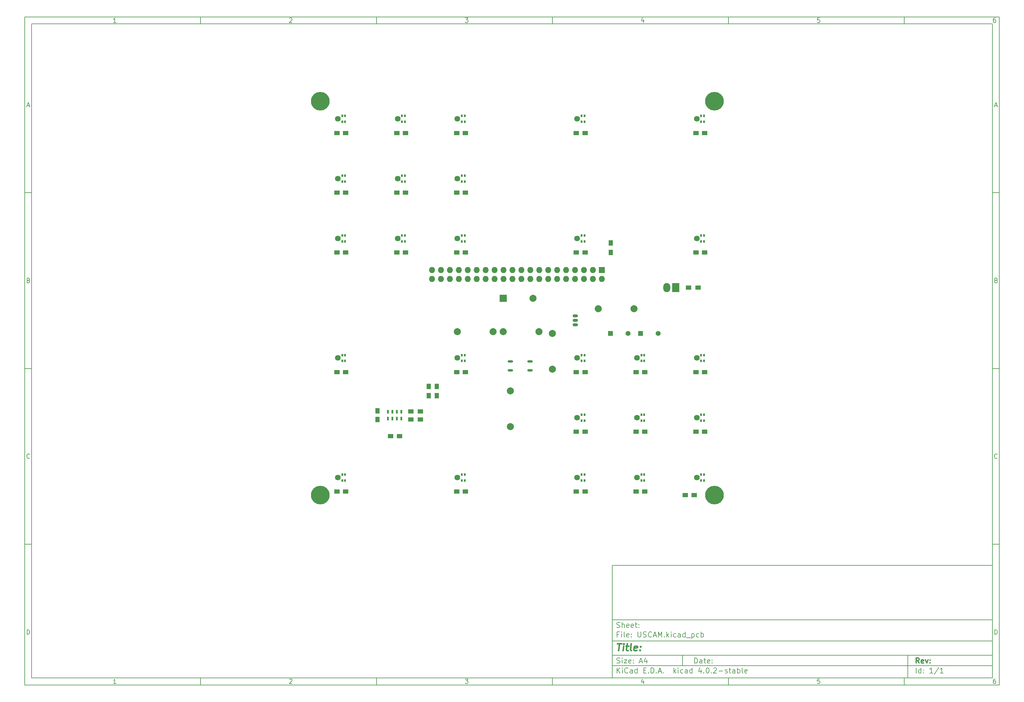
<source format=gts>
G04 #@! TF.FileFunction,Soldermask,Top*
%FSLAX46Y46*%
G04 Gerber Fmt 4.6, Leading zero omitted, Abs format (unit mm)*
G04 Created by KiCad (PCBNEW 4.0.2-stable) date 7/30/2016 9:27:16 AM*
%MOMM*%
G01*
G04 APERTURE LIST*
%ADD10C,0.020000*%
%ADD11C,0.150000*%
%ADD12C,0.300000*%
%ADD13C,0.400000*%
%ADD14R,1.500000X1.300000*%
%ADD15R,1.500000X1.250000*%
%ADD16R,1.250000X1.500000*%
%ADD17R,1.400000X1.400000*%
%ADD18C,1.400000*%
%ADD19R,2.000000X2.600000*%
%ADD20O,2.000000X2.600000*%
%ADD21R,1.727200X1.727200*%
%ADD22O,1.727200X1.727200*%
%ADD23O,1.501140X0.899160*%
%ADD24C,1.998980*%
%ADD25R,0.550000X1.000000*%
%ADD26O,1.600000X0.600000*%
%ADD27R,0.522000X0.725000*%
%ADD28C,1.625000*%
%ADD29C,0.800000*%
%ADD30C,2.000000*%
%ADD31R,2.000000X2.000000*%
%ADD32R,1.300000X1.500000*%
%ADD33C,5.300000*%
G04 APERTURE END LIST*
D10*
D11*
X177002200Y-166007200D02*
X177002200Y-198007200D01*
X285002200Y-198007200D01*
X285002200Y-166007200D01*
X177002200Y-166007200D01*
D10*
D11*
X10000000Y-10000000D02*
X10000000Y-200007200D01*
X287002200Y-200007200D01*
X287002200Y-10000000D01*
X10000000Y-10000000D01*
D10*
D11*
X12000000Y-12000000D02*
X12000000Y-198007200D01*
X285002200Y-198007200D01*
X285002200Y-12000000D01*
X12000000Y-12000000D01*
D10*
D11*
X60000000Y-12000000D02*
X60000000Y-10000000D01*
D10*
D11*
X110000000Y-12000000D02*
X110000000Y-10000000D01*
D10*
D11*
X160000000Y-12000000D02*
X160000000Y-10000000D01*
D10*
D11*
X210000000Y-12000000D02*
X210000000Y-10000000D01*
D10*
D11*
X260000000Y-12000000D02*
X260000000Y-10000000D01*
D10*
D11*
X35990476Y-11588095D02*
X35247619Y-11588095D01*
X35619048Y-11588095D02*
X35619048Y-10288095D01*
X35495238Y-10473810D01*
X35371429Y-10597619D01*
X35247619Y-10659524D01*
D10*
D11*
X85247619Y-10411905D02*
X85309524Y-10350000D01*
X85433333Y-10288095D01*
X85742857Y-10288095D01*
X85866667Y-10350000D01*
X85928571Y-10411905D01*
X85990476Y-10535714D01*
X85990476Y-10659524D01*
X85928571Y-10845238D01*
X85185714Y-11588095D01*
X85990476Y-11588095D01*
D10*
D11*
X135185714Y-10288095D02*
X135990476Y-10288095D01*
X135557143Y-10783333D01*
X135742857Y-10783333D01*
X135866667Y-10845238D01*
X135928571Y-10907143D01*
X135990476Y-11030952D01*
X135990476Y-11340476D01*
X135928571Y-11464286D01*
X135866667Y-11526190D01*
X135742857Y-11588095D01*
X135371429Y-11588095D01*
X135247619Y-11526190D01*
X135185714Y-11464286D01*
D10*
D11*
X185866667Y-10721429D02*
X185866667Y-11588095D01*
X185557143Y-10226190D02*
X185247619Y-11154762D01*
X186052381Y-11154762D01*
D10*
D11*
X235928571Y-10288095D02*
X235309524Y-10288095D01*
X235247619Y-10907143D01*
X235309524Y-10845238D01*
X235433333Y-10783333D01*
X235742857Y-10783333D01*
X235866667Y-10845238D01*
X235928571Y-10907143D01*
X235990476Y-11030952D01*
X235990476Y-11340476D01*
X235928571Y-11464286D01*
X235866667Y-11526190D01*
X235742857Y-11588095D01*
X235433333Y-11588095D01*
X235309524Y-11526190D01*
X235247619Y-11464286D01*
D10*
D11*
X285866667Y-10288095D02*
X285619048Y-10288095D01*
X285495238Y-10350000D01*
X285433333Y-10411905D01*
X285309524Y-10597619D01*
X285247619Y-10845238D01*
X285247619Y-11340476D01*
X285309524Y-11464286D01*
X285371429Y-11526190D01*
X285495238Y-11588095D01*
X285742857Y-11588095D01*
X285866667Y-11526190D01*
X285928571Y-11464286D01*
X285990476Y-11340476D01*
X285990476Y-11030952D01*
X285928571Y-10907143D01*
X285866667Y-10845238D01*
X285742857Y-10783333D01*
X285495238Y-10783333D01*
X285371429Y-10845238D01*
X285309524Y-10907143D01*
X285247619Y-11030952D01*
D10*
D11*
X60000000Y-198007200D02*
X60000000Y-200007200D01*
D10*
D11*
X110000000Y-198007200D02*
X110000000Y-200007200D01*
D10*
D11*
X160000000Y-198007200D02*
X160000000Y-200007200D01*
D10*
D11*
X210000000Y-198007200D02*
X210000000Y-200007200D01*
D10*
D11*
X260000000Y-198007200D02*
X260000000Y-200007200D01*
D10*
D11*
X35990476Y-199595295D02*
X35247619Y-199595295D01*
X35619048Y-199595295D02*
X35619048Y-198295295D01*
X35495238Y-198481010D01*
X35371429Y-198604819D01*
X35247619Y-198666724D01*
D10*
D11*
X85247619Y-198419105D02*
X85309524Y-198357200D01*
X85433333Y-198295295D01*
X85742857Y-198295295D01*
X85866667Y-198357200D01*
X85928571Y-198419105D01*
X85990476Y-198542914D01*
X85990476Y-198666724D01*
X85928571Y-198852438D01*
X85185714Y-199595295D01*
X85990476Y-199595295D01*
D10*
D11*
X135185714Y-198295295D02*
X135990476Y-198295295D01*
X135557143Y-198790533D01*
X135742857Y-198790533D01*
X135866667Y-198852438D01*
X135928571Y-198914343D01*
X135990476Y-199038152D01*
X135990476Y-199347676D01*
X135928571Y-199471486D01*
X135866667Y-199533390D01*
X135742857Y-199595295D01*
X135371429Y-199595295D01*
X135247619Y-199533390D01*
X135185714Y-199471486D01*
D10*
D11*
X185866667Y-198728629D02*
X185866667Y-199595295D01*
X185557143Y-198233390D02*
X185247619Y-199161962D01*
X186052381Y-199161962D01*
D10*
D11*
X235928571Y-198295295D02*
X235309524Y-198295295D01*
X235247619Y-198914343D01*
X235309524Y-198852438D01*
X235433333Y-198790533D01*
X235742857Y-198790533D01*
X235866667Y-198852438D01*
X235928571Y-198914343D01*
X235990476Y-199038152D01*
X235990476Y-199347676D01*
X235928571Y-199471486D01*
X235866667Y-199533390D01*
X235742857Y-199595295D01*
X235433333Y-199595295D01*
X235309524Y-199533390D01*
X235247619Y-199471486D01*
D10*
D11*
X285866667Y-198295295D02*
X285619048Y-198295295D01*
X285495238Y-198357200D01*
X285433333Y-198419105D01*
X285309524Y-198604819D01*
X285247619Y-198852438D01*
X285247619Y-199347676D01*
X285309524Y-199471486D01*
X285371429Y-199533390D01*
X285495238Y-199595295D01*
X285742857Y-199595295D01*
X285866667Y-199533390D01*
X285928571Y-199471486D01*
X285990476Y-199347676D01*
X285990476Y-199038152D01*
X285928571Y-198914343D01*
X285866667Y-198852438D01*
X285742857Y-198790533D01*
X285495238Y-198790533D01*
X285371429Y-198852438D01*
X285309524Y-198914343D01*
X285247619Y-199038152D01*
D10*
D11*
X10000000Y-60000000D02*
X12000000Y-60000000D01*
D10*
D11*
X10000000Y-110000000D02*
X12000000Y-110000000D01*
D10*
D11*
X10000000Y-160000000D02*
X12000000Y-160000000D01*
D10*
D11*
X10690476Y-35216667D02*
X11309524Y-35216667D01*
X10566667Y-35588095D02*
X11000000Y-34288095D01*
X11433333Y-35588095D01*
D10*
D11*
X11092857Y-84907143D02*
X11278571Y-84969048D01*
X11340476Y-85030952D01*
X11402381Y-85154762D01*
X11402381Y-85340476D01*
X11340476Y-85464286D01*
X11278571Y-85526190D01*
X11154762Y-85588095D01*
X10659524Y-85588095D01*
X10659524Y-84288095D01*
X11092857Y-84288095D01*
X11216667Y-84350000D01*
X11278571Y-84411905D01*
X11340476Y-84535714D01*
X11340476Y-84659524D01*
X11278571Y-84783333D01*
X11216667Y-84845238D01*
X11092857Y-84907143D01*
X10659524Y-84907143D01*
D10*
D11*
X11402381Y-135464286D02*
X11340476Y-135526190D01*
X11154762Y-135588095D01*
X11030952Y-135588095D01*
X10845238Y-135526190D01*
X10721429Y-135402381D01*
X10659524Y-135278571D01*
X10597619Y-135030952D01*
X10597619Y-134845238D01*
X10659524Y-134597619D01*
X10721429Y-134473810D01*
X10845238Y-134350000D01*
X11030952Y-134288095D01*
X11154762Y-134288095D01*
X11340476Y-134350000D01*
X11402381Y-134411905D01*
D10*
D11*
X10659524Y-185588095D02*
X10659524Y-184288095D01*
X10969048Y-184288095D01*
X11154762Y-184350000D01*
X11278571Y-184473810D01*
X11340476Y-184597619D01*
X11402381Y-184845238D01*
X11402381Y-185030952D01*
X11340476Y-185278571D01*
X11278571Y-185402381D01*
X11154762Y-185526190D01*
X10969048Y-185588095D01*
X10659524Y-185588095D01*
D10*
D11*
X287002200Y-60000000D02*
X285002200Y-60000000D01*
D10*
D11*
X287002200Y-110000000D02*
X285002200Y-110000000D01*
D10*
D11*
X287002200Y-160000000D02*
X285002200Y-160000000D01*
D10*
D11*
X285692676Y-35216667D02*
X286311724Y-35216667D01*
X285568867Y-35588095D02*
X286002200Y-34288095D01*
X286435533Y-35588095D01*
D10*
D11*
X286095057Y-84907143D02*
X286280771Y-84969048D01*
X286342676Y-85030952D01*
X286404581Y-85154762D01*
X286404581Y-85340476D01*
X286342676Y-85464286D01*
X286280771Y-85526190D01*
X286156962Y-85588095D01*
X285661724Y-85588095D01*
X285661724Y-84288095D01*
X286095057Y-84288095D01*
X286218867Y-84350000D01*
X286280771Y-84411905D01*
X286342676Y-84535714D01*
X286342676Y-84659524D01*
X286280771Y-84783333D01*
X286218867Y-84845238D01*
X286095057Y-84907143D01*
X285661724Y-84907143D01*
D10*
D11*
X286404581Y-135464286D02*
X286342676Y-135526190D01*
X286156962Y-135588095D01*
X286033152Y-135588095D01*
X285847438Y-135526190D01*
X285723629Y-135402381D01*
X285661724Y-135278571D01*
X285599819Y-135030952D01*
X285599819Y-134845238D01*
X285661724Y-134597619D01*
X285723629Y-134473810D01*
X285847438Y-134350000D01*
X286033152Y-134288095D01*
X286156962Y-134288095D01*
X286342676Y-134350000D01*
X286404581Y-134411905D01*
D10*
D11*
X285661724Y-185588095D02*
X285661724Y-184288095D01*
X285971248Y-184288095D01*
X286156962Y-184350000D01*
X286280771Y-184473810D01*
X286342676Y-184597619D01*
X286404581Y-184845238D01*
X286404581Y-185030952D01*
X286342676Y-185278571D01*
X286280771Y-185402381D01*
X286156962Y-185526190D01*
X285971248Y-185588095D01*
X285661724Y-185588095D01*
D10*
D11*
X200359343Y-193785771D02*
X200359343Y-192285771D01*
X200716486Y-192285771D01*
X200930771Y-192357200D01*
X201073629Y-192500057D01*
X201145057Y-192642914D01*
X201216486Y-192928629D01*
X201216486Y-193142914D01*
X201145057Y-193428629D01*
X201073629Y-193571486D01*
X200930771Y-193714343D01*
X200716486Y-193785771D01*
X200359343Y-193785771D01*
X202502200Y-193785771D02*
X202502200Y-193000057D01*
X202430771Y-192857200D01*
X202287914Y-192785771D01*
X202002200Y-192785771D01*
X201859343Y-192857200D01*
X202502200Y-193714343D02*
X202359343Y-193785771D01*
X202002200Y-193785771D01*
X201859343Y-193714343D01*
X201787914Y-193571486D01*
X201787914Y-193428629D01*
X201859343Y-193285771D01*
X202002200Y-193214343D01*
X202359343Y-193214343D01*
X202502200Y-193142914D01*
X203002200Y-192785771D02*
X203573629Y-192785771D01*
X203216486Y-192285771D02*
X203216486Y-193571486D01*
X203287914Y-193714343D01*
X203430772Y-193785771D01*
X203573629Y-193785771D01*
X204645057Y-193714343D02*
X204502200Y-193785771D01*
X204216486Y-193785771D01*
X204073629Y-193714343D01*
X204002200Y-193571486D01*
X204002200Y-193000057D01*
X204073629Y-192857200D01*
X204216486Y-192785771D01*
X204502200Y-192785771D01*
X204645057Y-192857200D01*
X204716486Y-193000057D01*
X204716486Y-193142914D01*
X204002200Y-193285771D01*
X205359343Y-193642914D02*
X205430771Y-193714343D01*
X205359343Y-193785771D01*
X205287914Y-193714343D01*
X205359343Y-193642914D01*
X205359343Y-193785771D01*
X205359343Y-192857200D02*
X205430771Y-192928629D01*
X205359343Y-193000057D01*
X205287914Y-192928629D01*
X205359343Y-192857200D01*
X205359343Y-193000057D01*
D10*
D11*
X177002200Y-194507200D02*
X285002200Y-194507200D01*
D10*
D11*
X178359343Y-196585771D02*
X178359343Y-195085771D01*
X179216486Y-196585771D02*
X178573629Y-195728629D01*
X179216486Y-195085771D02*
X178359343Y-195942914D01*
X179859343Y-196585771D02*
X179859343Y-195585771D01*
X179859343Y-195085771D02*
X179787914Y-195157200D01*
X179859343Y-195228629D01*
X179930771Y-195157200D01*
X179859343Y-195085771D01*
X179859343Y-195228629D01*
X181430772Y-196442914D02*
X181359343Y-196514343D01*
X181145057Y-196585771D01*
X181002200Y-196585771D01*
X180787915Y-196514343D01*
X180645057Y-196371486D01*
X180573629Y-196228629D01*
X180502200Y-195942914D01*
X180502200Y-195728629D01*
X180573629Y-195442914D01*
X180645057Y-195300057D01*
X180787915Y-195157200D01*
X181002200Y-195085771D01*
X181145057Y-195085771D01*
X181359343Y-195157200D01*
X181430772Y-195228629D01*
X182716486Y-196585771D02*
X182716486Y-195800057D01*
X182645057Y-195657200D01*
X182502200Y-195585771D01*
X182216486Y-195585771D01*
X182073629Y-195657200D01*
X182716486Y-196514343D02*
X182573629Y-196585771D01*
X182216486Y-196585771D01*
X182073629Y-196514343D01*
X182002200Y-196371486D01*
X182002200Y-196228629D01*
X182073629Y-196085771D01*
X182216486Y-196014343D01*
X182573629Y-196014343D01*
X182716486Y-195942914D01*
X184073629Y-196585771D02*
X184073629Y-195085771D01*
X184073629Y-196514343D02*
X183930772Y-196585771D01*
X183645058Y-196585771D01*
X183502200Y-196514343D01*
X183430772Y-196442914D01*
X183359343Y-196300057D01*
X183359343Y-195871486D01*
X183430772Y-195728629D01*
X183502200Y-195657200D01*
X183645058Y-195585771D01*
X183930772Y-195585771D01*
X184073629Y-195657200D01*
X185930772Y-195800057D02*
X186430772Y-195800057D01*
X186645058Y-196585771D02*
X185930772Y-196585771D01*
X185930772Y-195085771D01*
X186645058Y-195085771D01*
X187287915Y-196442914D02*
X187359343Y-196514343D01*
X187287915Y-196585771D01*
X187216486Y-196514343D01*
X187287915Y-196442914D01*
X187287915Y-196585771D01*
X188002201Y-196585771D02*
X188002201Y-195085771D01*
X188359344Y-195085771D01*
X188573629Y-195157200D01*
X188716487Y-195300057D01*
X188787915Y-195442914D01*
X188859344Y-195728629D01*
X188859344Y-195942914D01*
X188787915Y-196228629D01*
X188716487Y-196371486D01*
X188573629Y-196514343D01*
X188359344Y-196585771D01*
X188002201Y-196585771D01*
X189502201Y-196442914D02*
X189573629Y-196514343D01*
X189502201Y-196585771D01*
X189430772Y-196514343D01*
X189502201Y-196442914D01*
X189502201Y-196585771D01*
X190145058Y-196157200D02*
X190859344Y-196157200D01*
X190002201Y-196585771D02*
X190502201Y-195085771D01*
X191002201Y-196585771D01*
X191502201Y-196442914D02*
X191573629Y-196514343D01*
X191502201Y-196585771D01*
X191430772Y-196514343D01*
X191502201Y-196442914D01*
X191502201Y-196585771D01*
X194502201Y-196585771D02*
X194502201Y-195085771D01*
X194645058Y-196014343D02*
X195073629Y-196585771D01*
X195073629Y-195585771D02*
X194502201Y-196157200D01*
X195716487Y-196585771D02*
X195716487Y-195585771D01*
X195716487Y-195085771D02*
X195645058Y-195157200D01*
X195716487Y-195228629D01*
X195787915Y-195157200D01*
X195716487Y-195085771D01*
X195716487Y-195228629D01*
X197073630Y-196514343D02*
X196930773Y-196585771D01*
X196645059Y-196585771D01*
X196502201Y-196514343D01*
X196430773Y-196442914D01*
X196359344Y-196300057D01*
X196359344Y-195871486D01*
X196430773Y-195728629D01*
X196502201Y-195657200D01*
X196645059Y-195585771D01*
X196930773Y-195585771D01*
X197073630Y-195657200D01*
X198359344Y-196585771D02*
X198359344Y-195800057D01*
X198287915Y-195657200D01*
X198145058Y-195585771D01*
X197859344Y-195585771D01*
X197716487Y-195657200D01*
X198359344Y-196514343D02*
X198216487Y-196585771D01*
X197859344Y-196585771D01*
X197716487Y-196514343D01*
X197645058Y-196371486D01*
X197645058Y-196228629D01*
X197716487Y-196085771D01*
X197859344Y-196014343D01*
X198216487Y-196014343D01*
X198359344Y-195942914D01*
X199716487Y-196585771D02*
X199716487Y-195085771D01*
X199716487Y-196514343D02*
X199573630Y-196585771D01*
X199287916Y-196585771D01*
X199145058Y-196514343D01*
X199073630Y-196442914D01*
X199002201Y-196300057D01*
X199002201Y-195871486D01*
X199073630Y-195728629D01*
X199145058Y-195657200D01*
X199287916Y-195585771D01*
X199573630Y-195585771D01*
X199716487Y-195657200D01*
X202216487Y-195585771D02*
X202216487Y-196585771D01*
X201859344Y-195014343D02*
X201502201Y-196085771D01*
X202430773Y-196085771D01*
X203002201Y-196442914D02*
X203073629Y-196514343D01*
X203002201Y-196585771D01*
X202930772Y-196514343D01*
X203002201Y-196442914D01*
X203002201Y-196585771D01*
X204002201Y-195085771D02*
X204145058Y-195085771D01*
X204287915Y-195157200D01*
X204359344Y-195228629D01*
X204430773Y-195371486D01*
X204502201Y-195657200D01*
X204502201Y-196014343D01*
X204430773Y-196300057D01*
X204359344Y-196442914D01*
X204287915Y-196514343D01*
X204145058Y-196585771D01*
X204002201Y-196585771D01*
X203859344Y-196514343D01*
X203787915Y-196442914D01*
X203716487Y-196300057D01*
X203645058Y-196014343D01*
X203645058Y-195657200D01*
X203716487Y-195371486D01*
X203787915Y-195228629D01*
X203859344Y-195157200D01*
X204002201Y-195085771D01*
X205145058Y-196442914D02*
X205216486Y-196514343D01*
X205145058Y-196585771D01*
X205073629Y-196514343D01*
X205145058Y-196442914D01*
X205145058Y-196585771D01*
X205787915Y-195228629D02*
X205859344Y-195157200D01*
X206002201Y-195085771D01*
X206359344Y-195085771D01*
X206502201Y-195157200D01*
X206573630Y-195228629D01*
X206645058Y-195371486D01*
X206645058Y-195514343D01*
X206573630Y-195728629D01*
X205716487Y-196585771D01*
X206645058Y-196585771D01*
X207287915Y-196014343D02*
X208430772Y-196014343D01*
X209073629Y-196514343D02*
X209216486Y-196585771D01*
X209502201Y-196585771D01*
X209645058Y-196514343D01*
X209716486Y-196371486D01*
X209716486Y-196300057D01*
X209645058Y-196157200D01*
X209502201Y-196085771D01*
X209287915Y-196085771D01*
X209145058Y-196014343D01*
X209073629Y-195871486D01*
X209073629Y-195800057D01*
X209145058Y-195657200D01*
X209287915Y-195585771D01*
X209502201Y-195585771D01*
X209645058Y-195657200D01*
X210145058Y-195585771D02*
X210716487Y-195585771D01*
X210359344Y-195085771D02*
X210359344Y-196371486D01*
X210430772Y-196514343D01*
X210573630Y-196585771D01*
X210716487Y-196585771D01*
X211859344Y-196585771D02*
X211859344Y-195800057D01*
X211787915Y-195657200D01*
X211645058Y-195585771D01*
X211359344Y-195585771D01*
X211216487Y-195657200D01*
X211859344Y-196514343D02*
X211716487Y-196585771D01*
X211359344Y-196585771D01*
X211216487Y-196514343D01*
X211145058Y-196371486D01*
X211145058Y-196228629D01*
X211216487Y-196085771D01*
X211359344Y-196014343D01*
X211716487Y-196014343D01*
X211859344Y-195942914D01*
X212573630Y-196585771D02*
X212573630Y-195085771D01*
X212573630Y-195657200D02*
X212716487Y-195585771D01*
X213002201Y-195585771D01*
X213145058Y-195657200D01*
X213216487Y-195728629D01*
X213287916Y-195871486D01*
X213287916Y-196300057D01*
X213216487Y-196442914D01*
X213145058Y-196514343D01*
X213002201Y-196585771D01*
X212716487Y-196585771D01*
X212573630Y-196514343D01*
X214145059Y-196585771D02*
X214002201Y-196514343D01*
X213930773Y-196371486D01*
X213930773Y-195085771D01*
X215287915Y-196514343D02*
X215145058Y-196585771D01*
X214859344Y-196585771D01*
X214716487Y-196514343D01*
X214645058Y-196371486D01*
X214645058Y-195800057D01*
X214716487Y-195657200D01*
X214859344Y-195585771D01*
X215145058Y-195585771D01*
X215287915Y-195657200D01*
X215359344Y-195800057D01*
X215359344Y-195942914D01*
X214645058Y-196085771D01*
D10*
D11*
X177002200Y-191507200D02*
X285002200Y-191507200D01*
D10*
D12*
X264216486Y-193785771D02*
X263716486Y-193071486D01*
X263359343Y-193785771D02*
X263359343Y-192285771D01*
X263930771Y-192285771D01*
X264073629Y-192357200D01*
X264145057Y-192428629D01*
X264216486Y-192571486D01*
X264216486Y-192785771D01*
X264145057Y-192928629D01*
X264073629Y-193000057D01*
X263930771Y-193071486D01*
X263359343Y-193071486D01*
X265430771Y-193714343D02*
X265287914Y-193785771D01*
X265002200Y-193785771D01*
X264859343Y-193714343D01*
X264787914Y-193571486D01*
X264787914Y-193000057D01*
X264859343Y-192857200D01*
X265002200Y-192785771D01*
X265287914Y-192785771D01*
X265430771Y-192857200D01*
X265502200Y-193000057D01*
X265502200Y-193142914D01*
X264787914Y-193285771D01*
X266002200Y-192785771D02*
X266359343Y-193785771D01*
X266716485Y-192785771D01*
X267287914Y-193642914D02*
X267359342Y-193714343D01*
X267287914Y-193785771D01*
X267216485Y-193714343D01*
X267287914Y-193642914D01*
X267287914Y-193785771D01*
X267287914Y-192857200D02*
X267359342Y-192928629D01*
X267287914Y-193000057D01*
X267216485Y-192928629D01*
X267287914Y-192857200D01*
X267287914Y-193000057D01*
D10*
D11*
X178287914Y-193714343D02*
X178502200Y-193785771D01*
X178859343Y-193785771D01*
X179002200Y-193714343D01*
X179073629Y-193642914D01*
X179145057Y-193500057D01*
X179145057Y-193357200D01*
X179073629Y-193214343D01*
X179002200Y-193142914D01*
X178859343Y-193071486D01*
X178573629Y-193000057D01*
X178430771Y-192928629D01*
X178359343Y-192857200D01*
X178287914Y-192714343D01*
X178287914Y-192571486D01*
X178359343Y-192428629D01*
X178430771Y-192357200D01*
X178573629Y-192285771D01*
X178930771Y-192285771D01*
X179145057Y-192357200D01*
X179787914Y-193785771D02*
X179787914Y-192785771D01*
X179787914Y-192285771D02*
X179716485Y-192357200D01*
X179787914Y-192428629D01*
X179859342Y-192357200D01*
X179787914Y-192285771D01*
X179787914Y-192428629D01*
X180359343Y-192785771D02*
X181145057Y-192785771D01*
X180359343Y-193785771D01*
X181145057Y-193785771D01*
X182287914Y-193714343D02*
X182145057Y-193785771D01*
X181859343Y-193785771D01*
X181716486Y-193714343D01*
X181645057Y-193571486D01*
X181645057Y-193000057D01*
X181716486Y-192857200D01*
X181859343Y-192785771D01*
X182145057Y-192785771D01*
X182287914Y-192857200D01*
X182359343Y-193000057D01*
X182359343Y-193142914D01*
X181645057Y-193285771D01*
X183002200Y-193642914D02*
X183073628Y-193714343D01*
X183002200Y-193785771D01*
X182930771Y-193714343D01*
X183002200Y-193642914D01*
X183002200Y-193785771D01*
X183002200Y-192857200D02*
X183073628Y-192928629D01*
X183002200Y-193000057D01*
X182930771Y-192928629D01*
X183002200Y-192857200D01*
X183002200Y-193000057D01*
X184787914Y-193357200D02*
X185502200Y-193357200D01*
X184645057Y-193785771D02*
X185145057Y-192285771D01*
X185645057Y-193785771D01*
X186787914Y-192785771D02*
X186787914Y-193785771D01*
X186430771Y-192214343D02*
X186073628Y-193285771D01*
X187002200Y-193285771D01*
D10*
D11*
X263359343Y-196585771D02*
X263359343Y-195085771D01*
X264716486Y-196585771D02*
X264716486Y-195085771D01*
X264716486Y-196514343D02*
X264573629Y-196585771D01*
X264287915Y-196585771D01*
X264145057Y-196514343D01*
X264073629Y-196442914D01*
X264002200Y-196300057D01*
X264002200Y-195871486D01*
X264073629Y-195728629D01*
X264145057Y-195657200D01*
X264287915Y-195585771D01*
X264573629Y-195585771D01*
X264716486Y-195657200D01*
X265430772Y-196442914D02*
X265502200Y-196514343D01*
X265430772Y-196585771D01*
X265359343Y-196514343D01*
X265430772Y-196442914D01*
X265430772Y-196585771D01*
X265430772Y-195657200D02*
X265502200Y-195728629D01*
X265430772Y-195800057D01*
X265359343Y-195728629D01*
X265430772Y-195657200D01*
X265430772Y-195800057D01*
X268073629Y-196585771D02*
X267216486Y-196585771D01*
X267645058Y-196585771D02*
X267645058Y-195085771D01*
X267502201Y-195300057D01*
X267359343Y-195442914D01*
X267216486Y-195514343D01*
X269787914Y-195014343D02*
X268502200Y-196942914D01*
X271073629Y-196585771D02*
X270216486Y-196585771D01*
X270645058Y-196585771D02*
X270645058Y-195085771D01*
X270502201Y-195300057D01*
X270359343Y-195442914D01*
X270216486Y-195514343D01*
D10*
D11*
X177002200Y-187507200D02*
X285002200Y-187507200D01*
D10*
D13*
X178454581Y-188211962D02*
X179597438Y-188211962D01*
X178776010Y-190211962D02*
X179026010Y-188211962D01*
X180014105Y-190211962D02*
X180180771Y-188878629D01*
X180264105Y-188211962D02*
X180156962Y-188307200D01*
X180240295Y-188402438D01*
X180347439Y-188307200D01*
X180264105Y-188211962D01*
X180240295Y-188402438D01*
X180847438Y-188878629D02*
X181609343Y-188878629D01*
X181216486Y-188211962D02*
X181002200Y-189926248D01*
X181073630Y-190116724D01*
X181252201Y-190211962D01*
X181442677Y-190211962D01*
X182395058Y-190211962D02*
X182216487Y-190116724D01*
X182145057Y-189926248D01*
X182359343Y-188211962D01*
X183930772Y-190116724D02*
X183728391Y-190211962D01*
X183347439Y-190211962D01*
X183168867Y-190116724D01*
X183097438Y-189926248D01*
X183192676Y-189164343D01*
X183311724Y-188973867D01*
X183514105Y-188878629D01*
X183895057Y-188878629D01*
X184073629Y-188973867D01*
X184145057Y-189164343D01*
X184121248Y-189354819D01*
X183145057Y-189545295D01*
X184895057Y-190021486D02*
X184978392Y-190116724D01*
X184871248Y-190211962D01*
X184787915Y-190116724D01*
X184895057Y-190021486D01*
X184871248Y-190211962D01*
X185026010Y-188973867D02*
X185109344Y-189069105D01*
X185002200Y-189164343D01*
X184918867Y-189069105D01*
X185026010Y-188973867D01*
X185002200Y-189164343D01*
D10*
D11*
X178859343Y-185600057D02*
X178359343Y-185600057D01*
X178359343Y-186385771D02*
X178359343Y-184885771D01*
X179073629Y-184885771D01*
X179645057Y-186385771D02*
X179645057Y-185385771D01*
X179645057Y-184885771D02*
X179573628Y-184957200D01*
X179645057Y-185028629D01*
X179716485Y-184957200D01*
X179645057Y-184885771D01*
X179645057Y-185028629D01*
X180573629Y-186385771D02*
X180430771Y-186314343D01*
X180359343Y-186171486D01*
X180359343Y-184885771D01*
X181716485Y-186314343D02*
X181573628Y-186385771D01*
X181287914Y-186385771D01*
X181145057Y-186314343D01*
X181073628Y-186171486D01*
X181073628Y-185600057D01*
X181145057Y-185457200D01*
X181287914Y-185385771D01*
X181573628Y-185385771D01*
X181716485Y-185457200D01*
X181787914Y-185600057D01*
X181787914Y-185742914D01*
X181073628Y-185885771D01*
X182430771Y-186242914D02*
X182502199Y-186314343D01*
X182430771Y-186385771D01*
X182359342Y-186314343D01*
X182430771Y-186242914D01*
X182430771Y-186385771D01*
X182430771Y-185457200D02*
X182502199Y-185528629D01*
X182430771Y-185600057D01*
X182359342Y-185528629D01*
X182430771Y-185457200D01*
X182430771Y-185600057D01*
X184287914Y-184885771D02*
X184287914Y-186100057D01*
X184359342Y-186242914D01*
X184430771Y-186314343D01*
X184573628Y-186385771D01*
X184859342Y-186385771D01*
X185002200Y-186314343D01*
X185073628Y-186242914D01*
X185145057Y-186100057D01*
X185145057Y-184885771D01*
X185787914Y-186314343D02*
X186002200Y-186385771D01*
X186359343Y-186385771D01*
X186502200Y-186314343D01*
X186573629Y-186242914D01*
X186645057Y-186100057D01*
X186645057Y-185957200D01*
X186573629Y-185814343D01*
X186502200Y-185742914D01*
X186359343Y-185671486D01*
X186073629Y-185600057D01*
X185930771Y-185528629D01*
X185859343Y-185457200D01*
X185787914Y-185314343D01*
X185787914Y-185171486D01*
X185859343Y-185028629D01*
X185930771Y-184957200D01*
X186073629Y-184885771D01*
X186430771Y-184885771D01*
X186645057Y-184957200D01*
X188145057Y-186242914D02*
X188073628Y-186314343D01*
X187859342Y-186385771D01*
X187716485Y-186385771D01*
X187502200Y-186314343D01*
X187359342Y-186171486D01*
X187287914Y-186028629D01*
X187216485Y-185742914D01*
X187216485Y-185528629D01*
X187287914Y-185242914D01*
X187359342Y-185100057D01*
X187502200Y-184957200D01*
X187716485Y-184885771D01*
X187859342Y-184885771D01*
X188073628Y-184957200D01*
X188145057Y-185028629D01*
X188716485Y-185957200D02*
X189430771Y-185957200D01*
X188573628Y-186385771D02*
X189073628Y-184885771D01*
X189573628Y-186385771D01*
X190073628Y-186385771D02*
X190073628Y-184885771D01*
X190573628Y-185957200D01*
X191073628Y-184885771D01*
X191073628Y-186385771D01*
X191787914Y-186242914D02*
X191859342Y-186314343D01*
X191787914Y-186385771D01*
X191716485Y-186314343D01*
X191787914Y-186242914D01*
X191787914Y-186385771D01*
X192502200Y-186385771D02*
X192502200Y-184885771D01*
X192645057Y-185814343D02*
X193073628Y-186385771D01*
X193073628Y-185385771D02*
X192502200Y-185957200D01*
X193716486Y-186385771D02*
X193716486Y-185385771D01*
X193716486Y-184885771D02*
X193645057Y-184957200D01*
X193716486Y-185028629D01*
X193787914Y-184957200D01*
X193716486Y-184885771D01*
X193716486Y-185028629D01*
X195073629Y-186314343D02*
X194930772Y-186385771D01*
X194645058Y-186385771D01*
X194502200Y-186314343D01*
X194430772Y-186242914D01*
X194359343Y-186100057D01*
X194359343Y-185671486D01*
X194430772Y-185528629D01*
X194502200Y-185457200D01*
X194645058Y-185385771D01*
X194930772Y-185385771D01*
X195073629Y-185457200D01*
X196359343Y-186385771D02*
X196359343Y-185600057D01*
X196287914Y-185457200D01*
X196145057Y-185385771D01*
X195859343Y-185385771D01*
X195716486Y-185457200D01*
X196359343Y-186314343D02*
X196216486Y-186385771D01*
X195859343Y-186385771D01*
X195716486Y-186314343D01*
X195645057Y-186171486D01*
X195645057Y-186028629D01*
X195716486Y-185885771D01*
X195859343Y-185814343D01*
X196216486Y-185814343D01*
X196359343Y-185742914D01*
X197716486Y-186385771D02*
X197716486Y-184885771D01*
X197716486Y-186314343D02*
X197573629Y-186385771D01*
X197287915Y-186385771D01*
X197145057Y-186314343D01*
X197073629Y-186242914D01*
X197002200Y-186100057D01*
X197002200Y-185671486D01*
X197073629Y-185528629D01*
X197145057Y-185457200D01*
X197287915Y-185385771D01*
X197573629Y-185385771D01*
X197716486Y-185457200D01*
X198073629Y-186528629D02*
X199216486Y-186528629D01*
X199573629Y-185385771D02*
X199573629Y-186885771D01*
X199573629Y-185457200D02*
X199716486Y-185385771D01*
X200002200Y-185385771D01*
X200145057Y-185457200D01*
X200216486Y-185528629D01*
X200287915Y-185671486D01*
X200287915Y-186100057D01*
X200216486Y-186242914D01*
X200145057Y-186314343D01*
X200002200Y-186385771D01*
X199716486Y-186385771D01*
X199573629Y-186314343D01*
X201573629Y-186314343D02*
X201430772Y-186385771D01*
X201145058Y-186385771D01*
X201002200Y-186314343D01*
X200930772Y-186242914D01*
X200859343Y-186100057D01*
X200859343Y-185671486D01*
X200930772Y-185528629D01*
X201002200Y-185457200D01*
X201145058Y-185385771D01*
X201430772Y-185385771D01*
X201573629Y-185457200D01*
X202216486Y-186385771D02*
X202216486Y-184885771D01*
X202216486Y-185457200D02*
X202359343Y-185385771D01*
X202645057Y-185385771D01*
X202787914Y-185457200D01*
X202859343Y-185528629D01*
X202930772Y-185671486D01*
X202930772Y-186100057D01*
X202859343Y-186242914D01*
X202787914Y-186314343D01*
X202645057Y-186385771D01*
X202359343Y-186385771D01*
X202216486Y-186314343D01*
D10*
D11*
X177002200Y-181507200D02*
X285002200Y-181507200D01*
D10*
D11*
X178287914Y-183614343D02*
X178502200Y-183685771D01*
X178859343Y-183685771D01*
X179002200Y-183614343D01*
X179073629Y-183542914D01*
X179145057Y-183400057D01*
X179145057Y-183257200D01*
X179073629Y-183114343D01*
X179002200Y-183042914D01*
X178859343Y-182971486D01*
X178573629Y-182900057D01*
X178430771Y-182828629D01*
X178359343Y-182757200D01*
X178287914Y-182614343D01*
X178287914Y-182471486D01*
X178359343Y-182328629D01*
X178430771Y-182257200D01*
X178573629Y-182185771D01*
X178930771Y-182185771D01*
X179145057Y-182257200D01*
X179787914Y-183685771D02*
X179787914Y-182185771D01*
X180430771Y-183685771D02*
X180430771Y-182900057D01*
X180359342Y-182757200D01*
X180216485Y-182685771D01*
X180002200Y-182685771D01*
X179859342Y-182757200D01*
X179787914Y-182828629D01*
X181716485Y-183614343D02*
X181573628Y-183685771D01*
X181287914Y-183685771D01*
X181145057Y-183614343D01*
X181073628Y-183471486D01*
X181073628Y-182900057D01*
X181145057Y-182757200D01*
X181287914Y-182685771D01*
X181573628Y-182685771D01*
X181716485Y-182757200D01*
X181787914Y-182900057D01*
X181787914Y-183042914D01*
X181073628Y-183185771D01*
X183002199Y-183614343D02*
X182859342Y-183685771D01*
X182573628Y-183685771D01*
X182430771Y-183614343D01*
X182359342Y-183471486D01*
X182359342Y-182900057D01*
X182430771Y-182757200D01*
X182573628Y-182685771D01*
X182859342Y-182685771D01*
X183002199Y-182757200D01*
X183073628Y-182900057D01*
X183073628Y-183042914D01*
X182359342Y-183185771D01*
X183502199Y-182685771D02*
X184073628Y-182685771D01*
X183716485Y-182185771D02*
X183716485Y-183471486D01*
X183787913Y-183614343D01*
X183930771Y-183685771D01*
X184073628Y-183685771D01*
X184573628Y-183542914D02*
X184645056Y-183614343D01*
X184573628Y-183685771D01*
X184502199Y-183614343D01*
X184573628Y-183542914D01*
X184573628Y-183685771D01*
X184573628Y-182757200D02*
X184645056Y-182828629D01*
X184573628Y-182900057D01*
X184502199Y-182828629D01*
X184573628Y-182757200D01*
X184573628Y-182900057D01*
D10*
D11*
X197002200Y-191507200D02*
X197002200Y-194507200D01*
D10*
D11*
X261002200Y-191507200D02*
X261002200Y-198007200D01*
D14*
X122448660Y-122206140D03*
X119748660Y-122206140D03*
D15*
X114000000Y-129250000D03*
X116500000Y-129250000D03*
D16*
X110250000Y-124500000D03*
X110250000Y-122000000D03*
D17*
X176500000Y-100000000D03*
D18*
X181500000Y-100000000D03*
D17*
X185000000Y-100000000D03*
D18*
X190000000Y-100000000D03*
D15*
X101250000Y-43000000D03*
X98750000Y-43000000D03*
X101250000Y-77000000D03*
X98750000Y-77000000D03*
X101250000Y-111000000D03*
X98750000Y-111000000D03*
X101250000Y-145000000D03*
X98750000Y-145000000D03*
X135250000Y-43000000D03*
X132750000Y-43000000D03*
X135250000Y-77000000D03*
X132750000Y-77000000D03*
X135250000Y-111000000D03*
X132750000Y-111000000D03*
X135250000Y-145000000D03*
X132750000Y-145000000D03*
X169250000Y-43000000D03*
X166750000Y-43000000D03*
X169250000Y-77000000D03*
X166750000Y-77000000D03*
X169250000Y-111000000D03*
X166750000Y-111000000D03*
X169250000Y-145000000D03*
X166750000Y-145000000D03*
X203250000Y-43000000D03*
X200750000Y-43000000D03*
X203250000Y-77000000D03*
X200750000Y-77000000D03*
X203250000Y-111000000D03*
X200750000Y-111000000D03*
X200250660Y-146002140D03*
X197750660Y-146002140D03*
X101250000Y-60000000D03*
X98750000Y-60000000D03*
X118250000Y-43000000D03*
X115750000Y-43000000D03*
X118250000Y-60000000D03*
X115750000Y-60000000D03*
X118250000Y-77000000D03*
X115750000Y-77000000D03*
X135250000Y-60000000D03*
X132750000Y-60000000D03*
X169250000Y-128000000D03*
X166750000Y-128000000D03*
X186250000Y-111000000D03*
X183750000Y-111000000D03*
X186250000Y-128000000D03*
X183750000Y-128000000D03*
X186250000Y-145000000D03*
X183750000Y-145000000D03*
X203250000Y-128000000D03*
X200750000Y-128000000D03*
D19*
X195000660Y-87002140D03*
D20*
X192460660Y-87002140D03*
D21*
X174000000Y-82000000D03*
D22*
X174000000Y-84540000D03*
X171460000Y-82000000D03*
X171460000Y-84540000D03*
X168920000Y-82000000D03*
X168920000Y-84540000D03*
X166380000Y-82000000D03*
X166380000Y-84540000D03*
X163840000Y-82000000D03*
X163840000Y-84540000D03*
X161300000Y-82000000D03*
X161300000Y-84540000D03*
X158760000Y-82000000D03*
X158760000Y-84540000D03*
X156220000Y-82000000D03*
X156220000Y-84540000D03*
X153680000Y-82000000D03*
X153680000Y-84540000D03*
X151140000Y-82000000D03*
X151140000Y-84540000D03*
X148600000Y-82000000D03*
X148600000Y-84540000D03*
X146060000Y-82000000D03*
X146060000Y-84540000D03*
X143520000Y-82000000D03*
X143520000Y-84540000D03*
X140980000Y-82000000D03*
X140980000Y-84540000D03*
X138440000Y-82000000D03*
X138440000Y-84540000D03*
X135900000Y-82000000D03*
X135900000Y-84540000D03*
X133360000Y-82000000D03*
X133360000Y-84540000D03*
X130820000Y-82000000D03*
X130820000Y-84540000D03*
X128280000Y-82000000D03*
X128280000Y-84540000D03*
X125740000Y-82000000D03*
X125740000Y-84540000D03*
D23*
X166500000Y-96270000D03*
X166500000Y-97540000D03*
X166500000Y-95000000D03*
D14*
X201350660Y-87002140D03*
X198650660Y-87002140D03*
X122448660Y-124492140D03*
X119748660Y-124492140D03*
D24*
X148000000Y-126500000D03*
X148000000Y-116340000D03*
X160000000Y-100000000D03*
X160000000Y-110160000D03*
X173000000Y-93000000D03*
X183160000Y-93000000D03*
X146000000Y-99500000D03*
X156160000Y-99500000D03*
X133000000Y-99500000D03*
X143160000Y-99500000D03*
D25*
X113250000Y-122250000D03*
X114500000Y-122250000D03*
X115750000Y-122250000D03*
X117000000Y-122250000D03*
X117000000Y-124250000D03*
X115750000Y-124250000D03*
X114500000Y-124250000D03*
X113250000Y-124250000D03*
D26*
X153600000Y-108000000D03*
X153600000Y-110540000D03*
X148000000Y-110540000D03*
X148000000Y-108000000D03*
D27*
X100252000Y-39837500D03*
X101074000Y-39837500D03*
X100252000Y-38162500D03*
X101074000Y-38162500D03*
D28*
X99000000Y-39000000D03*
D29*
X99000000Y-39000000D03*
D27*
X100252000Y-73837500D03*
X101074000Y-73837500D03*
X100252000Y-72162500D03*
X101074000Y-72162500D03*
D28*
X99000000Y-73000000D03*
D29*
X99000000Y-73000000D03*
D27*
X100252000Y-107837500D03*
X101074000Y-107837500D03*
X100252000Y-106162500D03*
X101074000Y-106162500D03*
D28*
X99000000Y-107000000D03*
D29*
X99000000Y-107000000D03*
D27*
X100252000Y-141837500D03*
X101074000Y-141837500D03*
X100252000Y-140162500D03*
X101074000Y-140162500D03*
D28*
X99000000Y-141000000D03*
D29*
X99000000Y-141000000D03*
D27*
X134252000Y-39837500D03*
X135074000Y-39837500D03*
X134252000Y-38162500D03*
X135074000Y-38162500D03*
D28*
X133000000Y-39000000D03*
D29*
X133000000Y-39000000D03*
D27*
X134252000Y-73837500D03*
X135074000Y-73837500D03*
X134252000Y-72162500D03*
X135074000Y-72162500D03*
D28*
X133000000Y-73000000D03*
D29*
X133000000Y-73000000D03*
D27*
X134252000Y-107837500D03*
X135074000Y-107837500D03*
X134252000Y-106162500D03*
X135074000Y-106162500D03*
D28*
X133000000Y-107000000D03*
D29*
X133000000Y-107000000D03*
D27*
X134252000Y-141837500D03*
X135074000Y-141837500D03*
X134252000Y-140162500D03*
X135074000Y-140162500D03*
D28*
X133000000Y-141000000D03*
D29*
X133000000Y-141000000D03*
D27*
X168252000Y-39837500D03*
X169074000Y-39837500D03*
X168252000Y-38162500D03*
X169074000Y-38162500D03*
D28*
X167000000Y-39000000D03*
D29*
X167000000Y-39000000D03*
D27*
X168252000Y-73837500D03*
X169074000Y-73837500D03*
X168252000Y-72162500D03*
X169074000Y-72162500D03*
D28*
X167000000Y-73000000D03*
D29*
X167000000Y-73000000D03*
D27*
X168252000Y-107837500D03*
X169074000Y-107837500D03*
X168252000Y-106162500D03*
X169074000Y-106162500D03*
D28*
X167000000Y-107000000D03*
D29*
X167000000Y-107000000D03*
D27*
X168252000Y-141837500D03*
X169074000Y-141837500D03*
X168252000Y-140162500D03*
X169074000Y-140162500D03*
D28*
X167000000Y-141000000D03*
D29*
X167000000Y-141000000D03*
D27*
X202252000Y-39837500D03*
X203074000Y-39837500D03*
X202252000Y-38162500D03*
X203074000Y-38162500D03*
D28*
X201000000Y-39000000D03*
D29*
X201000000Y-39000000D03*
D27*
X202252000Y-73837500D03*
X203074000Y-73837500D03*
X202252000Y-72162500D03*
X203074000Y-72162500D03*
D28*
X201000000Y-73000000D03*
D29*
X201000000Y-73000000D03*
D27*
X202252000Y-107837500D03*
X203074000Y-107837500D03*
X202252000Y-106162500D03*
X203074000Y-106162500D03*
D28*
X201000000Y-107000000D03*
D29*
X201000000Y-107000000D03*
D27*
X202252000Y-141837500D03*
X203074000Y-141837500D03*
X202252000Y-140162500D03*
X203074000Y-140162500D03*
D28*
X201000000Y-141000000D03*
D29*
X201000000Y-141000000D03*
D27*
X100252000Y-56837500D03*
X101074000Y-56837500D03*
X100252000Y-55162500D03*
X101074000Y-55162500D03*
D28*
X99000000Y-56000000D03*
D29*
X99000000Y-56000000D03*
D27*
X117252000Y-39837500D03*
X118074000Y-39837500D03*
X117252000Y-38162500D03*
X118074000Y-38162500D03*
D28*
X116000000Y-39000000D03*
D29*
X116000000Y-39000000D03*
D27*
X117252000Y-56837500D03*
X118074000Y-56837500D03*
X117252000Y-55162500D03*
X118074000Y-55162500D03*
D28*
X116000000Y-56000000D03*
D29*
X116000000Y-56000000D03*
D27*
X117252000Y-73837500D03*
X118074000Y-73837500D03*
X117252000Y-72162500D03*
X118074000Y-72162500D03*
D28*
X116000000Y-73000000D03*
D29*
X116000000Y-73000000D03*
D27*
X134252000Y-56837500D03*
X135074000Y-56837500D03*
X134252000Y-55162500D03*
X135074000Y-55162500D03*
D28*
X133000000Y-56000000D03*
D29*
X133000000Y-56000000D03*
D27*
X168252000Y-124837500D03*
X169074000Y-124837500D03*
X168252000Y-123162500D03*
X169074000Y-123162500D03*
D28*
X167000000Y-124000000D03*
D29*
X167000000Y-124000000D03*
D27*
X185252000Y-107837500D03*
X186074000Y-107837500D03*
X185252000Y-106162500D03*
X186074000Y-106162500D03*
D28*
X184000000Y-107000000D03*
D29*
X184000000Y-107000000D03*
D27*
X185252000Y-124837500D03*
X186074000Y-124837500D03*
X185252000Y-123162500D03*
X186074000Y-123162500D03*
D28*
X184000000Y-124000000D03*
D29*
X184000000Y-124000000D03*
D27*
X185252000Y-141837500D03*
X186074000Y-141837500D03*
X185252000Y-140162500D03*
X186074000Y-140162500D03*
D28*
X184000000Y-141000000D03*
D29*
X184000000Y-141000000D03*
D27*
X202252000Y-124837500D03*
X203074000Y-124837500D03*
X202252000Y-123162500D03*
X203074000Y-123162500D03*
D28*
X201000000Y-124000000D03*
D29*
X201000000Y-124000000D03*
D30*
X154500000Y-90000000D03*
D31*
X146000000Y-90000000D03*
D32*
X176523000Y-76994400D03*
X176523000Y-74294400D03*
D33*
X94000660Y-34002140D03*
X206000660Y-34002140D03*
X206000660Y-146002140D03*
X94000660Y-146002140D03*
D32*
X127100660Y-117752140D03*
X127100660Y-115052140D03*
X124800660Y-117752140D03*
X124800660Y-115052140D03*
M02*

</source>
